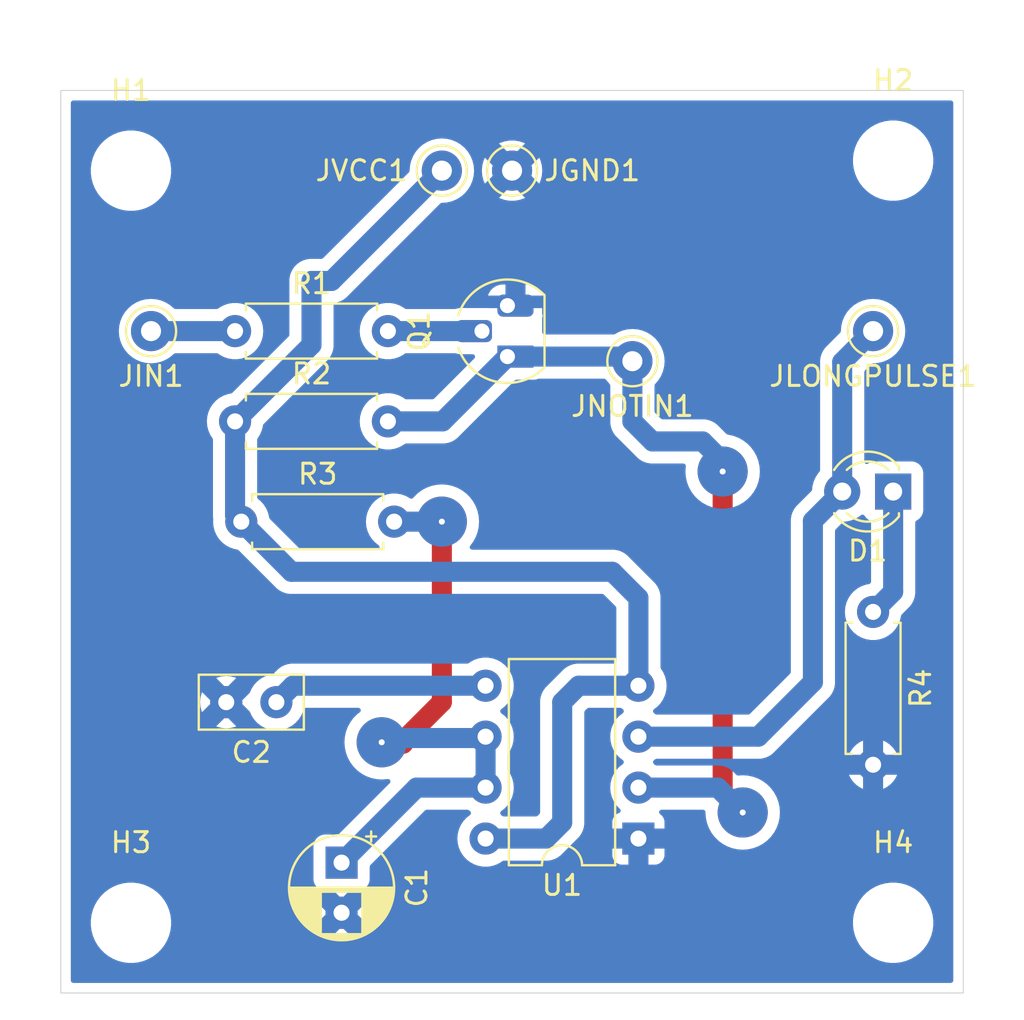
<source format=kicad_pcb>
(kicad_pcb (version 20240108) (generator "pcbnew") (generator_version "8.0")
  (title_block (title "SA22C PPS_OUT Pulse extender") (date "2024-04-12") (comment 1 "Allow human to see the 400ns pulse"))
  (layers (0 "F.Cu" signal) (31 "B.Cu" signal) (34 "B.Paste" user) (35 "F.Paste" user) (36 "B.SilkS" user "B.Silkscreen") (37 "F.SilkS" user "F.Silkscreen") (38 "B.Mask" user) (39 "F.Mask" user) (44 "Edge.Cuts" user))
  (net 0 "")
  (net 1 "GND")
  (net 2 "Net-(U1-DIS)")
  (net 3 "Net-(U1-CV)")
  (net 4 "Net-(D1-K)")
  (net 5 "Net-(D1-A)")
  (net 6 "/IN")
  (net 7 "VCC")
  (net 8 "/~IN")
  (net 9 "Net-(Q1-B)")
  (footprint "Capacitor_THT:C_Disc_D5.0mm_W2.5mm_P2.50mm" (layer "F.Cu") (at 136.75 106.5 180)
    (property "Reference" "C2" (at 1.25 -2.5 180) (layer "F.SilkS"))
    (property "Value" "10uF")
    (fp_line (start 3.87 -1.37) (end 3.87 1.37) (stroke (width 0.12)) (layer "F.SilkS"))
    (fp_line (start -1.37 1.37) (end 3.87 1.37) (stroke (width 0.12)) (layer "F.SilkS"))
    (fp_line (start -1.37 -1.37) (end 3.87 -1.37) (stroke (width 0.12)) (layer "F.SilkS"))
    (fp_line (start -1.37 -1.37) (end -1.37 1.37) (stroke (width 0.12)) (layer "F.SilkS"))
    (pad "1" thru_hole circle (at 0 0 180) (size 1.6 1.6) (drill 0.8) (layers "*.Cu" "*.Mask") (net 3 "Net-(U1-CV)"))
    (pad "2" thru_hole circle (at 2.5 0 180) (size 1.6 1.6) (drill 0.8) (layers "*.Cu" "*.Mask") (net 1 "GND"))
  )
  (footprint "Resistor_THT:R_Axial_DIN0207_L6.3mm_D2.5mm_P7.62mm_Horizontal" (layer "F.Cu") (at 134.69 92.5)
    (property "Reference" "R2" (at 3.81 -2.37 0) (layer "F.SilkS"))
    (property "Value" "10k")
    (fp_line (start 0.54 -1.37) (end 7.08 -1.37) (stroke (width 0.12)) (layer "F.SilkS"))
    (fp_line (start 0.54 -1.04) (end 0.54 -1.37) (stroke (width 0.12)) (layer "F.SilkS"))
    (fp_line (start 0.54 1.04) (end 0.54 1.37) (stroke (width 0.12)) (layer "F.SilkS"))
    (fp_line (start 0.54 1.37) (end 7.08 1.37) (stroke (width 0.12)) (layer "F.SilkS"))
    (fp_line (start 7.08 -1.37) (end 7.08 -1.04) (stroke (width 0.12)) (layer "F.SilkS"))
    (fp_line (start 7.08 1.37) (end 7.08 1.04) (stroke (width 0.12)) (layer "F.SilkS"))
    (pad "1" thru_hole circle (at 0 0) (size 1.6 1.6) (drill 0.8) (layers "*.Cu" "*.Mask") (net 7 "VCC"))
    (pad "2" thru_hole oval (at 7.62 0) (size 1.6 1.6) (drill 0.8) (layers "*.Cu" "*.Mask") (net 8 "/~IN"))
  )
  (footprint "MountingHole:MountingHole_3mm" (layer "F.Cu") (at 167.5 79.5)
    (property "Reference" "H2" (at 0 -4 0) (layer "F.SilkS"))
    (property "Value" "MountingHole")
    (pad "" np_thru_hole circle (at 0 0) (size 3 3) (drill 3) (layers "*.Cu" "*.Mask"))
  )
  (footprint "Capacitor_THT:CP_Radial_D5.0mm_P2.50mm" (layer "F.Cu") (at 140 114.5 -90)
    (property "Reference" "C1" (at 1.25 -3.75 90) (layer "F.SilkS"))
    (property "Value" "C_Polarized")
    (fp_line (start 1.49 1.04) (end 1.49 2.569) (stroke (width 0.12)) (layer "F.SilkS"))
    (fp_line (start 1.53 1.04) (end 1.53 2.565) (stroke (width 0.12)) (layer "F.SilkS"))
    (fp_line (start 1.57 1.04) (end 1.57 2.561) (stroke (width 0.12)) (layer "F.SilkS"))
    (fp_line (start 1.61 1.04) (end 1.61 2.556) (stroke (width 0.12)) (layer "F.SilkS"))
    (fp_line (start 1.65 1.04) (end 1.65 2.55) (stroke (width 0.12)) (layer "F.SilkS"))
    (fp_line (start 1.69 1.04) (end 1.69 2.543) (stroke (width 0.12)) (layer "F.SilkS"))
    (fp_line (start 1.73 1.04) (end 1.73 2.536) (stroke (width 0.12)) (layer "F.SilkS"))
    (fp_line (start 1.77 1.04) (end 1.77 2.528) (stroke (width 0.12)) (layer "F.SilkS"))
    (fp_line (start 1.81 1.04) (end 1.81 2.52) (stroke (width 0.12)) (layer "F.SilkS"))
    (fp_line (start 1.85 1.04) (end 1.85 2.511) (stroke (width 0.12)) (layer "F.SilkS"))
    (fp_line (start 1.89 1.04) (end 1.89 2.501) (stroke (width 0.12)) (layer "F.SilkS"))
    (fp_line (start 1.93 1.04) (end 1.93 2.491) (stroke (width 0.12)) (layer "F.SilkS"))
    (fp_line (start 1.971 1.04) (end 1.971 2.48) (stroke (width 0.12)) (layer "F.SilkS"))
    (fp_line (start 2.011 1.04) (end 2.011 2.468) (stroke (width 0.12)) (layer "F.SilkS"))
    (fp_line (start 2.051 1.04) (end 2.051 2.455) (stroke (width 0.12)) (layer "F.SilkS"))
    (fp_line (start 2.091 1.04) (end 2.091 2.442) (stroke (width 0.12)) (layer "F.SilkS"))
    (fp_line (start 2.131 1.04) (end 2.131 2.428) (stroke (width 0.12)) (layer "F.SilkS"))
    (fp_line (start 2.171 1.04) (end 2.171 2.414) (stroke (width 0.12)) (layer "F.SilkS"))
    (fp_line (start 2.211 1.04) (end 2.211 2.398) (stroke (width 0.12)) (layer "F.SilkS"))
    (fp_line (start 2.251 1.04) (end 2.251 2.382) (stroke (width 0.12)) (layer "F.SilkS"))
    (fp_line (start 2.291 1.04) (end 2.291 2.365) (stroke (width 0.12)) (layer "F.SilkS"))
    (fp_line (start 2.331 1.04) (end 2.331 2.348) (stroke (width 0.12)) (layer "F.SilkS"))
    (fp_line (start 2.371 1.04) (end 2.371 2.329) (stroke (width 0.12)) (layer "F.SilkS"))
    (fp_line (start 2.411 1.04) (end 2.411 2.31) (stroke (width 0.12)) (layer "F.SilkS"))
    (fp_line (start 2.451 1.04) (end 2.451 2.29) (stroke (width 0.12)) (layer "F.SilkS"))
    (fp_line (start 2.491 1.04) (end 2.491 2.268) (stroke (width 0.12)) (layer "F.SilkS"))
    (fp_line (start 2.531 1.04) (end 2.531 2.247) (stroke (width 0.12)) (layer "F.SilkS"))
    (fp_line (start 2.571 1.04) (end 2.571 2.224) (stroke (width 0.12)) (layer "F.SilkS"))
    (fp_line (start 2.611 1.04) (end 2.611 2.2) (stroke (width 0.12)) (layer "F.SilkS"))
    (fp_line (start 2.651 1.04) (end 2.651 2.175) (stroke (width 0.12)) (layer "F.SilkS"))
    (fp_line (start 2.691 1.04) (end 2.691 2.149) (stroke (width 0.12)) (layer "F.SilkS"))
    (fp_line (start 2.731 1.04) (end 2.731 2.122) (stroke (width 0.12)) (layer "F.SilkS"))
    (fp_line (start 2.771 1.04) (end 2.771 2.095) (stroke (width 0.12)) (layer "F.SilkS"))
    (fp_line (start 2.811 1.04) (end 2.811 2.065) (stroke (width 0.12)) (layer "F.SilkS"))
    (fp_line (start 2.851 1.04) (end 2.851 2.035) (stroke (width 0.12)) (layer "F.SilkS"))
    (fp_line (start 2.891 1.04) (end 2.891 2.004) (stroke (width 0.12)) (layer "F.SilkS"))
    (fp_line (start 2.931 1.04) (end 2.931 1.971) (stroke (width 0.12)) (layer "F.SilkS"))
    (fp_line (start 2.971 1.04) (end 2.971 1.937) (stroke (width 0.12)) (layer "F.SilkS"))
    (fp_line (start 3.011 1.04) (end 3.011 1.901) (stroke (width 0.12)) (layer "F.SilkS"))
    (fp_line (start 3.051 1.04) (end 3.051 1.864) (stroke (width 0.12)) (layer "F.SilkS"))
    (fp_line (start 3.091 1.04) (end 3.091 1.826) (stroke (width 0.12)) (layer "F.SilkS"))
    (fp_line (start 3.131 1.04) (end 3.131 1.785) (stroke (width 0.12)) (layer "F.SilkS"))
    (fp_line (start 3.171 1.04) (end 3.171 1.743) (stroke (width 0.12)) (layer "F.SilkS"))
    (fp_line (start 3.211 1.04) (end 3.211 1.699) (stroke (width 0.12)) (layer "F.SilkS"))
    (fp_line (start 3.251 1.04) (end 3.251 1.653) (stroke (width 0.12)) (layer "F.SilkS"))
    (fp_line (start 3.291 1.04) (end 3.291 1.605) (stroke (width 0.12)) (layer "F.SilkS"))
    (fp_line (start 3.331 1.04) (end 3.331 1.554) (stroke (width 0.12)) (layer "F.SilkS"))
    (fp_line (start 3.371 1.04) (end 3.371 1.5) (stroke (width 0.12)) (layer "F.SilkS"))
    (fp_line (start 3.411 1.04) (end 3.411 1.443) (stroke (width 0.12)) (layer "F.SilkS"))
    (fp_line (start 3.451 1.04) (end 3.451 1.383) (stroke (width 0.12)) (layer "F.SilkS"))
    (fp_line (start 3.491 1.04) (end 3.491 1.319) (stroke (width 0.12)) (layer "F.SilkS"))
    (fp_line (start 3.531 1.04) (end 3.531 1.251) (stroke (width 0.12)) (layer "F.SilkS"))
    (fp_line (start 3.851 -0.284) (end 3.851 0.284) (stroke (width 0.12)) (layer "F.SilkS"))
    (fp_line (start 3.811 -0.518) (end 3.811 0.518) (stroke (width 0.12)) (layer "F.SilkS"))
    (fp_line (start 3.771 -0.677) (end 3.771 0.677) (stroke (width 0.12)) (layer "F.SilkS"))
    (fp_line (start 3.731 -0.805) (end 3.731 0.805) (stroke (width 0.12)) (layer "F.SilkS"))
    (fp_line (start 3.691 -0.915) (end 3.691 0.915) (stroke (width 0.12)) (layer "F.SilkS"))
    (fp_line (start 3.651 -1.011) (end 3.651 1.011) (stroke (width 0.12)) (layer "F.SilkS"))
    (fp_line (start 3.611 -1.098) (end 3.611 1.098) (stroke (width 0.12)) (layer "F.SilkS"))
    (fp_line (start 3.571 -1.178) (end 3.571 1.178) (stroke (width 0.12)) (layer "F.SilkS"))
    (fp_line (start 3.531 -1.251) (end 3.531 -1.04) (stroke (width 0.12)) (layer "F.SilkS"))
    (fp_line (start 3.491 -1.319) (end 3.491 -1.04) (stroke (width 0.12)) (layer "F.SilkS"))
    (fp_line (start 3.451 -1.383) (end 3.451 -1.04) (stroke (width 0.12)) (layer "F.SilkS"))
    (fp_line (start 3.411 -1.443) (end 3.411 -1.04) (stroke (width 0.12)) (layer "F.SilkS"))
    (fp_line (start -1.554775 -1.475) (end -1.054775 -1.475) (stroke (width 0.12)) (layer "F.SilkS"))
    (fp_line (start 3.371 -1.5) (end 3.371 -1.04) (stroke (width 0.12)) (layer "F.SilkS"))
    (fp_line (start 3.331 -1.554) (end 3.331 -1.04) (stroke (width 0.12)) (layer "F.SilkS"))
    (fp_line (start 3.291 -1.605) (end 3.291 -1.04) (stroke (width 0.12)) (layer "F.SilkS"))
    (fp_line (start 3.251 -1.653) (end 3.251 -1.04) (stroke (width 0.12)) (layer "F.SilkS"))
    (fp_line (start 3.211 -1.699) (end 3.211 -1.04) (stroke (width 0.12)) (layer "F.SilkS"))
    (fp_line (start -1.304775 -1.725) (end -1.304775 -1.225) (stroke (width 0.12)) (layer "F.SilkS"))
    (fp_line (start 3.171 -1.743) (end 3.171 -1.04) (stroke (width 0.12)) (layer "F.SilkS"))
    (fp_line (start 3.131 -1.785) (end 3.131 -1.04) (stroke (width 0.12)) (layer "F.SilkS"))
    (fp_line (start 3.091 -1.826) (end 3.091 -1.04) (stroke (width 0.12)) (layer "F.SilkS"))
    (fp_line (start 3.051 -1.864) (end 3.051 -1.04) (stroke (width 0.12)) (layer "F.SilkS"))
    (fp_line (start 3.011 -1.901) (end 3.011 -1.04) (stroke (width 0.12)) (layer "F.SilkS"))
    (fp_line (start 2.971 -1.937) (end 2.971 -1.04) (stroke (width 0.12)) (layer "F.SilkS"))
    (fp_line (start 2.931 -1.971) (end 2.931 -1.04) (stroke (width 0.12)) (layer "F.SilkS"))
    (fp_line (start 2.891 -2.004) (end 2.891 -1.04) (stroke (width 0.12)) (layer "F.SilkS"))
    (fp_line (start 2.851 -2.035) (end 2.851 -1.04) (stroke (width 0.12)) (layer "F.SilkS"))
    (fp_line (start 2.811 -2.065) (end 2.811 -1.04) (stroke (width 0.12)) (layer "F.SilkS"))
    (fp_line (start 2.771 -2.095) (end 2.771 -1.04) (stroke (width 0.12)) (layer "F.SilkS"))
    (fp_line (start 2.731 -2.122) (end 2.731 -1.04) (stroke (width 0.12)) (layer "F.SilkS"))
    (fp_line (start 2.691 -2.149) (end 2.691 -1.04) (stroke (width 0.12)) (layer "F.SilkS"))
    (fp_line (start 2.651 -2.175) (end 2.651 -1.04) (stroke (width 0.12)) (layer "F.SilkS"))
    (fp_line (start 2.611 -2.2) (end 2.611 -1.04) (stroke (width 0.12)) (layer "F.SilkS"))
    (fp_line (start 2.571 -2.224) (end 2.571 -1.04) (stroke (width 0.12)) (layer "F.SilkS"))
    (fp_line (start 2.531 -2.247) (end 2.531 -1.04) (stroke (width 0.12)) (layer "F.SilkS"))
    (fp_line (start 2.491 -2.268) (end 2.491 -1.04) (stroke (width 0.12)) (layer "F.SilkS"))
    (fp_line (start 2.451 -2.29) (end 2.451 -1.04) (stroke (width 0.12)) (layer "F.SilkS"))
    (fp_line (start 2.411 -2.31) (end 2.411 -1.04) (stroke (width 0.12)) (layer "F.SilkS"))
    (fp_line (start 2.371 -2.329) (end 2.371 -1.04) (stroke (width 0.12)) (layer "F.SilkS"))
    (fp_line (start 2.331 -2.348) (end 2.331 -1.04) (stroke (width 0.12)) (layer "F.SilkS"))
    (fp_line (start 2.291 -2.365) (end 2.291 -1.04) (stroke (width 0.12)) (layer "F.SilkS"))
    (fp_line (start 2.251 -2.382) (end 2.251 -1.04) (stroke (width 0.12)) (layer "F.SilkS"))
    (fp_line (start 2.211 -2.398) (end 2.211 -1.04) (stroke (width 0.12)) (layer "F.SilkS"))
    (fp_line (start 2.171 -2.414) (end 2.171 -1.04) (stroke (width 0.12)) (layer "F.SilkS"))
    (fp_line (start 2.131 -2.428) (end 2.131 -1.04) (stroke (width 0.12)) (layer "F.SilkS"))
    (fp_line (start 2.091 -2.442) (end 2.091 -1.04) (stroke (width 0.12)) (layer "F.SilkS"))
    (fp_line (start 2.051 -2.455) (end 2.051 -1.04) (stroke (width 0.12)) (layer "F.SilkS"))
    (fp_line (start 2.011 -2.468) (end 2.011 -1.04) (stroke (width 0.12)) (layer "F.SilkS"))
    (fp_line (start 1.971 -2.48) (end 1.971 -1.04) (stroke (width 0.12)) (layer "F.SilkS"))
    (fp_line (start 1.93 -2.491) (end 1.93 -1.04) (stroke (width 0.12)) (layer "F.SilkS"))
    (fp_line (start 1.89 -2.501) (end 1.89 -1.04) (stroke (width 0.12)) (layer "F.SilkS"))
    (fp_line (start 1.85 -2.511) (end 1.85 -1.04) (stroke (width 0.12)) (layer "F.SilkS"))
    (fp_line (start 1.81 -2.52) (end 1.81 -1.04) (stroke (width 0.12)) (layer "F.SilkS"))
    (fp_line (start 1.77 -2.528) (end 1.77 -1.04) (stroke (width 0.12)) (layer "F.SilkS"))
    (fp_line (start 1.73 -2.536) (end 1.73 -1.04) (stroke (width 0.12)) (layer "F.SilkS"))
    (fp_line (start 1.69 -2.543) (end 1.69 -1.04) (stroke (width 0.12)) (layer "F.SilkS"))
    (fp_line (start 1.65 -2.55) (end 1.65 -1.04) (stroke (width 0.12)) (layer "F.SilkS"))
    (fp_line (start 1.61 -2.556) (end 1.61 -1.04) (stroke (width 0.12)) (layer "F.SilkS"))
    (fp_line (start 1.57 -2.561) (end 1.57 -1.04) (stroke (width 0.12)) (layer "F.SilkS"))
    (fp_line (start 1.53 -2.565) (end 1.53 -1.04) (stroke (width 0.12)) (layer "F.SilkS"))
    (fp_line (start 1.49 -2.569) (end 1.49 -1.04) (stroke (width 0.12)) (layer "F.SilkS"))
    (fp_line (start 1.45 -2.573) (end 1.45 2.573) (stroke (width 0.12)) (layer "F.SilkS"))
    (fp_line (start 1.41 -2.576) (end 1.41 2.576) (stroke (width 0.12)) (layer "F.SilkS"))
    (fp_line (start 1.37 -2.578) (end 1.37 2.578) (stroke (width 0.12)) (layer "F.SilkS"))
    (fp_line (start 1.33 -2.579) (end 1.33 2.579) (stroke (width 0.12)) (layer "F.SilkS"))
    (fp_line (start 1.25 -2.58) (end 1.25 2.58) (stroke (width 0.12)) (layer "F.SilkS"))
    (fp_line (start 1.29 -2.58) (end 1.29 2.58) (stroke (width 0.12)) (layer "F.SilkS"))
    (fp_circle (center 1.25 0) (end 3.87 0) (stroke (width 0.12)) (fill none) (layer "F.SilkS"))
    (pad "1" thru_hole rect (at 0 0 270) (size 1.6 1.6) (drill 0.8) (layers "*.Cu" "*.Mask") (net 2 "Net-(U1-DIS)"))
    (pad "2" thru_hole circle (at 2.5 0 270) (size 1.6 1.6) (drill 0.8) (layers "*.Cu" "*.Mask") (net 1 "GND"))
  )
  (footprint "Package_TO_SOT_THT:TO-92_HandSolder" (layer "F.Cu") (at 148.27 89.27 90)
    (property "Reference" "Q1" (at 1.27 -4.4 270) (layer "F.SilkS"))
    (property "Value" "NPN")
    (fp_line (start -0.53 1.85) (end 3.07 1.85) (stroke (width 0.12)) (layer "F.SilkS"))
    (fp_arc (start 2.05 -2.45) (mid 3.769931 -0.601036) (end 3.078445 1.827684) (stroke (width 0.12)) (layer "F.SilkS"))
    (fp_arc (start -0.541875 1.841741) (mid -1.247231 -0.581764) (end 0.45 -2.45) (stroke (width 0.12)) (layer "F.SilkS"))
    (pad "1" thru_hole rect (at 0 0 90) (size 1.1 1.8) (drill 0.75 (offset 0 0.4)) (layers "*.Cu" "*.Mask") (net 8 "/~IN"))
    (pad "2" thru_hole roundrect (at 1.27 -1.27 90) (size 1.1 1.8) (drill 0.75 (offset 0 -0.4)) (layers "*.Cu" "*.Mask") (net 9 "Net-(Q1-B)"))
    (pad "3" thru_hole roundrect (at 2.54 0 90) (size 1.1 1.8) (drill 0.75 (offset 0 0.4)) (layers "*.Cu" "*.Mask") (net 1 "GND"))
  )
  (footprint "MountingHole:MountingHole_3mm" (layer "F.Cu") (at 167.5 117.5)
    (property "Reference" "H4" (at 0 -4 0) (layer "F.SilkS"))
    (property "Value" "MountingHole")
    (pad "" np_thru_hole circle (at 0 0) (size 3 3) (drill 3) (layers "*.Cu" "*.Mask"))
  )
  (footprint "Connector_Pin:Pin_D1.0mm_L10.0mm" (layer "F.Cu") (at 148.5 80)
    (property "Reference" "JGND1" (at 4 0 0) (layer "F.SilkS"))
    (property "Value" "Conn_01x01_Socket")
    (fp_circle (center 0 0) (end 1.25 0.05) (stroke (width 0.12)) (fill none) (layer "F.SilkS"))
    (pad "1" thru_hole circle (at 0 0) (size 2 2) (drill 1) (layers "*.Cu" "*.Mask") (net 1 "GND"))
  )
  (footprint "Connector_Pin:Pin_D1.0mm_L10.0mm" (layer "F.Cu") (at 166.5 88)
    (property "Reference" "JLONGPULSE1" (at 0 2.25 0) (layer "F.SilkS"))
    (property "Value" "Conn_01x01_Socket")
    (fp_circle (center 0 0) (end 1.25 0.05) (stroke (width 0.12)) (fill none) (layer "F.SilkS"))
    (pad "1" thru_hole circle (at 0 0) (size 2 2) (drill 1) (layers "*.Cu" "*.Mask") (net 5 "Net-(D1-A)"))
  )
  (footprint "Resistor_THT:R_Axial_DIN0207_L6.3mm_D2.5mm_P7.62mm_Horizontal" (layer "F.Cu") (at 135 97.5)
    (property "Reference" "R3" (at 3.81 -2.37 0) (layer "F.SilkS"))
    (property "Value" "R")
    (fp_line (start 0.54 -1.37) (end 7.08 -1.37) (stroke (width 0.12)) (layer "F.SilkS"))
    (fp_line (start 0.54 -1.04) (end 0.54 -1.37) (stroke (width 0.12)) (layer "F.SilkS"))
    (fp_line (start 0.54 1.04) (end 0.54 1.37) (stroke (width 0.12)) (layer "F.SilkS"))
    (fp_line (start 0.54 1.37) (end 7.08 1.37) (stroke (width 0.12)) (layer "F.SilkS"))
    (fp_line (start 7.08 -1.37) (end 7.08 -1.04) (stroke (width 0.12)) (layer "F.SilkS"))
    (fp_line (start 7.08 1.37) (end 7.08 1.04) (stroke (width 0.12)) (layer "F.SilkS"))
    (pad "1" thru_hole circle (at 0 0) (size 1.6 1.6) (drill 0.8) (layers "*.Cu" "*.Mask") (net 7 "VCC"))
    (pad "2" thru_hole oval (at 7.62 0) (size 1.6 1.6) (drill 0.8) (layers "*.Cu" "*.Mask") (net 2 "Net-(U1-DIS)"))
  )
  (footprint "MountingHole:MountingHole_3mm" (layer "F.Cu") (at 129.5 80)
    (property "Reference" "H1" (at 0 -4 0) (layer "F.SilkS"))
    (property "Value" "MountingHole")
    (pad "" np_thru_hole circle (at 0 0) (size 3 3) (drill 3) (layers "*.Cu" "*.Mask"))
  )
  (footprint "Package_DIP:DIP-8_W7.62mm" (layer "F.Cu") (at 154.8 113.3 180)
    (property "Reference" "U1" (at 3.81 -2.33 180) (layer "F.SilkS"))
    (property "Value" "ICM7555xB")
    (fp_line (start 6.46 8.95) (end 6.46 -1.33) (stroke (width 0.12)) (layer "F.SilkS"))
    (fp_line (start 6.46 -1.33) (end 4.81 -1.33) (stroke (width 0.12)) (layer "F.SilkS"))
    (fp_line (start 2.81 -1.33) (end 1.16 -1.33) (stroke (width 0.12)) (layer "F.SilkS"))
    (fp_line (start 1.16 8.95) (end 6.46 8.95) (stroke (width 0.12)) (layer "F.SilkS"))
    (fp_line (start 1.16 -1.33) (end 1.16 8.95) (stroke (width 0.12)) (layer "F.SilkS"))
    (fp_arc (start 4.81 -1.33) (mid 3.81 -0.33) (end 2.81 -1.33) (stroke (width 0.12)) (layer "F.SilkS"))
    (pad "1" thru_hole rect (at 0 0 180) (size 1.6 1.6) (drill 0.8) (layers "*.Cu" "*.Mask") (net 1 "GND"))
    (pad "2" thru_hole oval (at 0 2.54 180) (size 1.6 1.6) (drill 0.8) (layers "*.Cu" "*.Mask") (net 8 "/~IN"))
    (pad "3" thru_hole oval (at 0 5.08 180) (size 1.6 1.6) (drill 0.8) (layers "*.Cu" "*.Mask") (net 5 "Net-(D1-A)"))
    (pad "4" thru_hole oval (at 0 7.62 180) (size 1.6 1.6) (drill 0.8) (layers "*.Cu" "*.Mask") (net 7 "VCC"))
    (pad "5" thru_hole oval (at 7.62 7.62 180) (size 1.6 1.6) (drill 0.8) (layers "*.Cu" "*.Mask") (net 3 "Net-(U1-CV)"))
    (pad "6" thru_hole oval (at 7.62 5.08 180) (size 1.6 1.6) (drill 0.8) (layers "*.Cu" "*.Mask") (net 2 "Net-(U1-DIS)"))
    (pad "7" thru_hole oval (at 7.62 2.54 180) (size 1.6 1.6) (drill 0.8) (layers "*.Cu" "*.Mask") (net 2 "Net-(U1-DIS)"))
    (pad "8" thru_hole oval (at 7.62 0 180) (size 1.6 1.6) (drill 0.8) (layers "*.Cu" "*.Mask") (net 7 "VCC"))
  )
  (footprint "LED_THT:LED_D3.0mm" (layer "F.Cu") (at 167.5 96 180)
    (property "Reference" "D1" (at 1.27 -2.96 180) (layer "F.SilkS"))
    (property "Value" "LED")
    (fp_line (start -0.29 1.08) (end -0.29 1.236) (stroke (width 0.12)) (layer "F.SilkS"))
    (fp_line (start -0.29 -1.236) (end -0.29 -1.08) (stroke (width 0.12)) (layer "F.SilkS"))
    (fp_arc (start 2.942335 1.078608) (mid 1.366487 1.987659) (end -0.29 1.235516) (stroke (width 0.12)) (layer "F.SilkS"))
    (fp_arc (start 2.31113 1.079837) (mid 1.270117 1.5) (end 0.229039 1.08) (stroke (width 0.12)) (layer "F.SilkS"))
    (fp_arc (start 0.229039 -1.08) (mid 1.270117 -1.5) (end 2.31113 -1.079837) (stroke (width 0.12)) (layer "F.SilkS"))
    (fp_arc (start -0.29 -1.235516) (mid 1.366487 -1.987659) (end 2.942335 -1.078608) (stroke (width 0.12)) (layer "F.SilkS"))
    (pad "1" thru_hole rect (at 0 0 180) (size 1.8 1.8) (drill 0.9) (layers "*.Cu" "*.Mask") (net 4 "Net-(D1-K)"))
    (pad "2" thru_hole circle (at 2.54 0 180) (size 1.8 1.8) (drill 0.9) (layers "*.Cu" "*.Mask") (net 5 "Net-(D1-A)"))
  )
  (footprint "Connector_Pin:Pin_D1.0mm_L10.0mm" (layer "F.Cu") (at 154.5 89.5)
    (property "Reference" "JNOTIN1" (at 0 2.25 0) (layer "F.SilkS"))
    (property "Value" "Conn_01x01_Socket")
    (fp_circle (center 0 0) (end 1.25 0.05) (stroke (width 0.12)) (fill none) (layer "F.SilkS"))
    (pad "1" thru_hole circle (at 0 0) (size 2 2) (drill 1) (layers "*.Cu" "*.Mask") (net 8 "/~IN"))
  )
  (footprint "Connector_Pin:Pin_D1.0mm_L10.0mm" (layer "F.Cu") (at 145 80)
    (property "Reference" "JVCC1" (at -4 0 0) (layer "F.SilkS"))
    (property "Value" "Conn_01x01_Socket")
    (fp_circle (center 0 0) (end 1.25 0.05) (stroke (width 0.12)) (fill none) (layer "F.SilkS"))
    (pad "1" thru_hole circle (at 0 0) (size 2 2) (drill 1) (layers "*.Cu" "*.Mask") (net 7 "VCC"))
  )
  (footprint "Resistor_THT:R_Axial_DIN0207_L6.3mm_D2.5mm_P7.62mm_Horizontal" (layer "F.Cu") (at 166.5 102 -90)
    (property "Reference" "R4" (at 3.81 -2.37 90) (layer "F.SilkS"))
    (property "Value" "1k")
    (fp_line (start 0.54 1.37) (end 7.08 1.37) (stroke (width 0.12)) (layer "F.SilkS"))
    (fp_line (start 7.08 1.37) (end 7.08 1.04) (stroke (width 0.12)) (layer "F.SilkS"))
    (fp_line (start 0.54 1.04) (end 0.54 1.37) (stroke (width 0.12)) (layer "F.SilkS"))
    (fp_line (start 0.54 -1.04) (end 0.54 -1.37) (stroke (width 0.12)) (layer "F.SilkS"))
    (fp_line (start 0.54 -1.37) (end 7.08 -1.37) (stroke (width 0.12)) (layer "F.SilkS"))
    (fp_line (start 7.08 -1.37) (end 7.08 -1.04) (stroke (width 0.12)) (layer "F.SilkS"))
    (pad "1" thru_hole circle (at 0 0 270) (size 1.6 1.6) (drill 0.8) (layers "*.Cu" "*.Mask") (net 4 "Net-(D1-K)"))
    (pad "2" thru_hole oval (at 7.62 0 270) (size 1.6 1.6) (drill 0.8) (layers "*.Cu" "*.Mask") (net 1 "GND"))
  )
  (footprint "MountingHole:MountingHole_3mm" (layer "F.Cu") (at 129.5 117.5)
    (property "Reference" "H3" (at 0 -4 0) (layer "F.SilkS"))
    (property "Value" "MountingHole")
    (pad "" np_thru_hole circle (at 0 0) (size 3 3) (drill 3) (layers "*.Cu" "*.Mask"))
  )
  (footprint "Resistor_THT:R_Axial_DIN0207_L6.3mm_D2.5mm_P7.62mm_Horizontal" (layer "F.Cu") (at 134.69 88)
    (property "Reference" "R1" (at 3.81 -2.37 0) (layer "F.SilkS"))
    (property "Value" "1k")
    (fp_line (start 0.54 -1.37) (end 7.08 -1.37) (stroke (width 0.12)) (layer "F.SilkS"))
    (fp_line (start 0.54 -1.04) (end 0.54 -1.37) (stroke (width 0.12)) (layer "F.SilkS"))
    (fp_line (start 0.54 1.04) (end 0.54 1.37) (stroke (width 0.12)) (layer "F.SilkS"))
    (fp_line (start 0.54 1.37) (end 7.08 1.37) (stroke (width 0.12)) (layer "F.SilkS"))
    (fp_line (start 7.08 -1.37) (end 7.08 -1.04) (stroke (width 0.12)) (layer "F.SilkS"))
    (fp_line (start 7.08 1.37) (end 7.08 1.04) (stroke (width 0.12)) (layer "F.SilkS"))
    (pad "1" thru_hole circle (at 0 0) (size 1.6 1.6) (drill 0.8) (layers "*.Cu" "*.Mask") (net 6 "/IN"))
    (pad "2" thru_hole oval (at 7.62 0) (size 1.6 1.6) (drill 0.8) (layers "*.Cu" "*.Mask") (net 9 "Net-(Q1-B)"))
  )
  (footprint "Connector_Pin:Pin_D1.0mm_L10.0mm" (layer "F.Cu") (at 130.5 88)
    (property "Reference" "JIN1" (at 0 2.25 0) (layer "F.SilkS"))
    (property "Value" "Conn_01x01_Socket")
    (fp_circle (center 0 0) (end 1.25 0.05) (stroke (width 0.12)) (fill none) (layer "F.SilkS"))
    (pad "1" thru_hole circle (at 0 0) (size 2 2) (drill 1) (layers "*.Cu" "*.Mask") (net 6 "/IN"))
  )
  (gr_line (start 171 76) (end 171 121) (stroke (width 0.05)) (layer "Edge.Cuts"))
  (gr_line (start 171 121) (end 126 121) (stroke (width 0.05)) (layer "Edge.Cuts"))
  (gr_line (start 126 121) (end 126 76) (stroke (width 0.05)) (layer "Edge.Cuts"))
  (gr_line (start 126 76) (end 171 76) (stroke (width 0.05)) (layer "Edge.Cuts"))
  (segment (start 145 106.5) (end 145 97.5) (width 1) (layer "F.Cu") (net 2))
  (segment (start 143 108.5) (end 145 106.5) (width 1) (layer "F.Cu") (net 2))
  (segment (start 142 108.5) (end 143.069959 108.569959) (width 1) (layer "F.Cu") (net 2))
  (segment (start 143.069959 108.569959) (end 143 108.5) (width 1) (layer "F.Cu") (net 2))
  (via (at 142 108.5) (size 2.5) (drill 0.3) (layers "F.Cu" "B.Cu") (net 2))
  (via (at 145 97.5) (size 2.5) (drill 0.3) (layers "F.Cu" "B.Cu") (net 2))
  (segment (start 147.111486 108.288514) (end 147.18 108.22) (width 1) (layer "B.Cu") (net 2))
  (segment (start 142 108.5) (end 142.211486 108.288514) (width 1) (layer "B.Cu") (net 2))
  (segment (start 142.211486 108.288514) (end 147.111486 108.288514) (width 1) (layer "B.Cu") (net 2))
  (segment (start 143.74 110.76) (end 147.18 110.76) (width 1) (layer "B.Cu") (net 2))
  (segment (start 140 114.5) (end 143.74 110.76) (width 1) (layer "B.Cu") (net 2))
  (segment (start 147.18 108.22) (end 147.18 110.76) (width 1) (layer "B.Cu") (net 2))
  (segment (start 142.62 97.5) (end 145 97.5) (width 1) (layer "B.Cu") (net 2))
  (segment (start 136.75 106.5) (end 137.57 105.68) (width 1) (layer "B.Cu") (net 3))
  (segment (start 137.57 105.68) (end 147.18 105.68) (width 1) (layer "B.Cu") (net 3))
  (segment (start 167.5 101) (end 166.5 102) (width 1) (layer "B.Cu") (net 4))
  (segment (start 167.5 96) (end 167.5 101) (width 1) (layer "B.Cu") (net 4))
  (segment (start 160.78 108.22) (end 154.8 108.22) (width 1) (layer "B.Cu") (net 5))
  (segment (start 164.96 89.54) (end 166.5 88) (width 1) (layer "B.Cu") (net 5))
  (segment (start 163.5 97.46) (end 163.5 105.5) (width 1) (layer "B.Cu") (net 5))
  (segment (start 164.96 96) (end 164.96 89.54) (width 1) (layer "B.Cu") (net 5))
  (segment (start 164.96 96) (end 163.5 97.46) (width 1) (layer "B.Cu") (net 5))
  (segment (start 163.5 105.5) (end 160.78 108.22) (width 1) (layer "B.Cu") (net 5))
  (segment (start 130.5 88) (end 134.69 88) (width 1) (layer "B.Cu") (net 6))
  (segment (start 134.69 92.5) (end 134.69 97.19) (width 1) (layer "B.Cu") (net 7))
  (segment (start 151 106.5) (end 151 112.5) (width 1) (layer "B.Cu") (net 7))
  (segment (start 135 97.5) (end 137.5 100) (width 1) (layer "B.Cu") (net 7))
  (segment (start 137.5 100) (end 153.5 100) (width 1) (layer "B.Cu") (net 7))
  (segment (start 150.2 113.3) (end 147.18 113.3) (width 1) (layer "B.Cu") (net 7))
  (segment (start 134.69 97.19) (end 135 97.5) (width 1) (layer "B.Cu") (net 7))
  (segment (start 139.5 85.5) (end 138.5 85.5) (width 1) (layer "B.Cu") (net 7))
  (segment (start 138.5 88.69) (end 134.69 92.5) (width 1) (layer "B.Cu") (net 7))
  (segment (start 138.5 85.5) (end 138.5 88.69) (width 1) (layer "B.Cu") (net 7))
  (segment (start 145 80) (end 139.5 85.5) (width 1) (layer "B.Cu") (net 7))
  (segment (start 151 112.5) (end 150.2 113.3) (width 1) (layer "B.Cu") (net 7))
  (segment (start 154.8 105.68) (end 151.82 105.68) (width 1) (layer "B.Cu") (net 7))
  (segment (start 154.8 101.3) (end 154.8 105.68) (width 1) (layer "B.Cu") (net 7))
  (segment (start 151.82 105.68) (end 151 106.5) (width 1) (layer "B.Cu") (net 7))
  (segment (start 153.5 100) (end 154.8 101.3) (width 1) (layer "B.Cu") (net 7))
  (segment (start 159 111) (end 159 95) (width 1) (layer "F.Cu") (net 8))
  (segment (start 160 112) (end 159 111) (width 1) (layer "F.Cu") (net 8))
  (via (at 160 112) (size 2.5) (drill 0.3) (layers "F.Cu" "B.Cu") (net 8))
  (via (at 159 95) (size 2.5) (drill 0.3) (layers "F.Cu" "B.Cu") (net 8))
  (segment (start 154.8 110.76) (end 158.76 110.76) (width 1) (layer "B.Cu") (net 8))
  (segment (start 142.31 92.5) (end 145.04 92.5) (width 1) (layer "B.Cu") (net 8))
  (segment (start 158 93.5) (end 155.5 93.5) (width 1) (layer "B.Cu") (net 8))
  (segment (start 159 94.5) (end 158 93.5) (width 1) (layer "B.Cu") (net 8))
  (segment (start 159 95) (end 159 94.5) (width 1) (layer "B.Cu") (net 8))
  (segment (start 154.27 89.27) (end 154.5 89.5) (width 1) (layer "B.Cu") (net 8))
  (segment (start 158.76 110.76) (end 160 112) (width 1) (layer "B.Cu") (net 8))
  (segment (start 155.5 93.5) (end 154.5 92.5) (width 1) (layer "B.Cu") (net 8))
  (segment (start 154.5 92.5) (end 154.5 89.5) (width 1) (layer "B.Cu") (net 8))
  (segment (start 145.04 92.5) (end 148.27 89.27) (width 1) (layer "B.Cu") (net 8))
  (segment (start 148.27 89.27) (end 154.27 89.27) (width 1) (layer "B.Cu") (net 8))
  (segment (start 142.31 88) (end 146.67 88) (width 1) (layer "B.Cu") (net 9))
  (zone (net 0) (net_name "") (layers "F&B.Cu") (connect_pads thru_hole_only (clearance 0)) (min_thickness 0.25)
    (keepout (tracks not_allowed) (vias not_allowed) (pads not_allowed) (copperpour not_allowed) (footprints allowed))
    (fill (thermal_gap 0.5) (thermal_bridge_width 1))
    (polygon (pts (xy 146.698303 86.853622) (xy 150 86.853622) (xy 150 89) (xy 149.5 89.5) (xy 147 89.5) (xy 146.700612 89.200612) (xy 146.700612 86.852816) (xy 146.699604 86.851808) (xy 146.699604 86.853825) (xy 146.700612 86.853825) (xy 146.699604 86.854833) (xy 146.699514 86.854833)))
  )
  (zone (net 1) (net_name "GND") (layer "B.Cu") (connect_pads thru_hole_only (clearance 0.5)) (min_thickness 0.25) (fill yes (thermal_gap 0.5) (thermal_bridge_width 1))
    (polygon (pts (xy 126 76) (xy 171 76) (xy 171 121) (xy 126 121)))
  )
)
</source>
